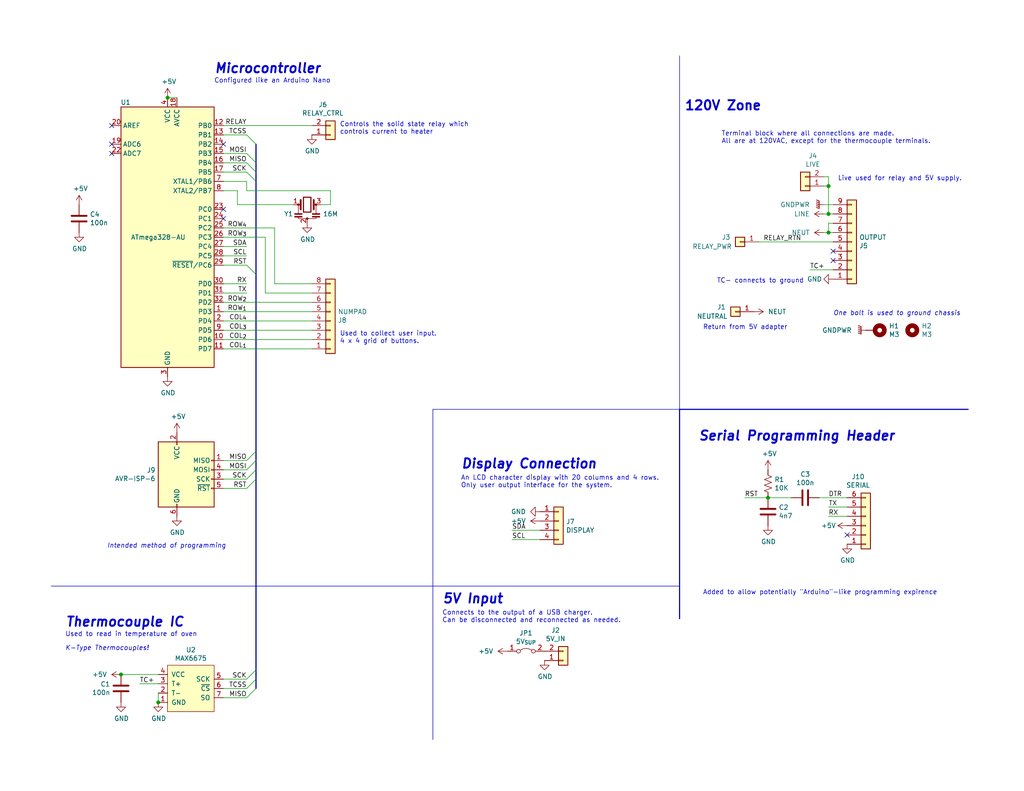
<source format=kicad_sch>
(kicad_sch (version 20230121) (generator eeschema)
  (paper "USLetter")
  (title_block (title "Oven") (date "2021-06-01") (rev "1.1") (company "HPVDT") (comment 1 "Uses a K-Type thermocouple") (comment 3 "Intended to control a heater to achieve a two step curing process") (comment 4 "General purpose oven board"))
  (lib_symbols
    (symbol "Connector:AVR-ISP-6" (pin_names (offset 1.016))
      (property "Reference" "J" (at -6.35 11.43 0))
      (property "Value" "AVR-ISP-6" (at 0 11.43 0))
      (symbol "AVR-ISP-6_0_1"
        (rectangle (start -2.667 -6.858) (end -2.413 -7.62))
        (rectangle (start -2.667 10.16) (end -2.413 9.398))
        (rectangle (start 7.62 -2.413) (end 6.858 -2.667))
        (rectangle (start 7.62 0.127) (end 6.858 -0.127))
        (rectangle (start 7.62 2.667) (end 6.858 2.413))
        (rectangle (start 7.62 5.207) (end 6.858 4.953))
        (rectangle (start 7.62 10.16) (end -7.62 -7.62) (stroke (width 0.254)) (fill (type background)))
      )
      (symbol "AVR-ISP-6_1_1"
        (pin passive line (at 10.16 5.08 180) (length 2.54) (name "MISO") (number "1"))
        (pin passive line (at -2.54 12.7 270) (length 2.54) (name "VCC") (number "2"))
        (pin passive line (at 10.16 0 180) (length 2.54) (name "SCK") (number "3"))
        (pin passive line (at 10.16 2.54 180) (length 2.54) (name "MOSI") (number "4"))
        (pin passive line (at 10.16 -2.54 180) (length 2.54) (name "~{RST}") (number "5"))
        (pin passive line (at -2.54 -10.16 90) (length 2.54) (name "GND") (number "6"))
      )
    )
    (symbol "Connector_Generic:Conn_01x01" (pin_names (offset 1.016) hide)
      (property "Reference" "J" (at 0 2.54 0))
      (property "Value" "Conn_01x01" (at 0 -2.54 0))
      (symbol "Conn_01x01_1_1"
        (rectangle (start -1.27 0.127) (end 0 -0.127) (stroke (width 0.1524)))
        (rectangle (start -1.27 1.27) (end 1.27 -1.27) (stroke (width 0.254)) (fill (type background)))
        (pin passive line (at -5.08 0 0) (length 3.81) (name "Pin_1") (number "1"))
      )
    )
    (symbol "Connector_Generic:Conn_01x02" (pin_names (offset 1.016) hide)
      (property "Reference" "J" (at 0 2.54 0))
      (property "Value" "Conn_01x02" (at 0 -5.08 0))
      (symbol "Conn_01x02_1_1"
        (rectangle (start -1.27 -2.413) (end 0 -2.667) (stroke (width 0.1524)))
        (rectangle (start -1.27 0.127) (end 0 -0.127) (stroke (width 0.1524)))
        (rectangle (start -1.27 1.27) (end 1.27 -3.81) (stroke (width 0.254)) (fill (type background)))
        (pin passive line (at -5.08 0 0) (length 3.81) (name "Pin_1") (number "1"))
        (pin passive line (at -5.08 -2.54 0) (length 3.81) (name "Pin_2") (number "2"))
      )
    )
    (symbol "Connector_Generic:Conn_01x04" (pin_names (offset 1.016) hide)
      (property "Reference" "J" (at 0 5.08 0))
      (property "Value" "Conn_01x04" (at 0 -7.62 0))
      (symbol "Conn_01x04_1_1"
        (rectangle (start -1.27 -4.953) (end 0 -5.207) (stroke (width 0.1524)))
        (rectangle (start -1.27 -2.413) (end 0 -2.667) (stroke (width 0.1524)))
        (rectangle (start -1.27 0.127) (end 0 -0.127) (stroke (width 0.1524)))
        (rectangle (start -1.27 2.667) (end 0 2.413) (stroke (width 0.1524)))
        (rectangle (start -1.27 3.81) (end 1.27 -6.35) (stroke (width 0.254)) (fill (type background)))
        (pin passive line (at -5.08 2.54 0) (length 3.81) (name "Pin_1") (number "1"))
        (pin passive line (at -5.08 0 0) (length 3.81) (name "Pin_2") (number "2"))
        (pin passive line (at -5.08 -2.54 0) (length 3.81) (name "Pin_3") (number "3"))
        (pin passive line (at -5.08 -5.08 0) (length 3.81) (name "Pin_4") (number "4"))
      )
    )
    (symbol "Connector_Generic:Conn_01x06" (pin_names (offset 1.016) hide)
      (property "Reference" "J" (at 0 7.62 0))
      (property "Value" "Conn_01x06" (at 0 -10.16 0))
      (symbol "Conn_01x06_1_1"
        (rectangle (start -1.27 -7.493) (end 0 -7.747) (stroke (width 0.1524)))
        (rectangle (start -1.27 -4.953) (end 0 -5.207) (stroke (width 0.1524)))
        (rectangle (start -1.27 -2.413) (end 0 -2.667) (stroke (width 0.1524)))
        (rectangle (start -1.27 0.127) (end 0 -0.127) (stroke (width 0.1524)))
        (rectangle (start -1.27 2.667) (end 0 2.413) (stroke (width 0.1524)))
        (rectangle (start -1.27 5.207) (end 0 4.953) (stroke (width 0.1524)))
        (rectangle (start -1.27 6.35) (end 1.27 -8.89) (stroke (width 0.254)) (fill (type background)))
        (pin passive line (at -5.08 5.08 0) (length 3.81) (name "Pin_1") (number "1"))
        (pin passive line (at -5.08 2.54 0) (length 3.81) (name "Pin_2") (number "2"))
        (pin passive line (at -5.08 0 0) (length 3.81) (name "Pin_3") (number "3"))
        (pin passive line (at -5.08 -2.54 0) (length 3.81) (name "Pin_4") (number "4"))
        (pin passive line (at -5.08 -5.08 0) (length 3.81) (name "Pin_5") (number "5"))
        (pin passive line (at -5.08 -7.62 0) (length 3.81) (name "Pin_6") (number "6"))
      )
    )
    (symbol "Connector_Generic:Conn_01x08" (pin_names (offset 1.016) hide)
      (property "Reference" "J" (at 0 10.16 0))
      (property "Value" "Conn_01x08" (at 0 -12.7 0))
      (symbol "Conn_01x08_1_1"
        (rectangle (start -1.27 -10.033) (end 0 -10.287) (stroke (width 0.1524)))
        (rectangle (start -1.27 -7.493) (end 0 -7.747) (stroke (width 0.1524)))
        (rectangle (start -1.27 -4.953) (end 0 -5.207) (stroke (width 0.1524)))
        (rectangle (start -1.27 -2.413) (end 0 -2.667) (stroke (width 0.1524)))
        (rectangle (start -1.27 0.127) (end 0 -0.127) (stroke (width 0.1524)))
        (rectangle (start -1.27 2.667) (end 0 2.413) (stroke (width 0.1524)))
        (rectangle (start -1.27 5.207) (end 0 4.953) (stroke (width 0.1524)))
        (rectangle (start -1.27 7.747) (end 0 7.493) (stroke (width 0.1524)))
        (rectangle (start -1.27 8.89) (end 1.27 -11.43) (stroke (width 0.254)) (fill (type background)))
        (pin passive line (at -5.08 7.62 0) (length 3.81) (name "Pin_1") (number "1"))
        (pin passive line (at -5.08 5.08 0) (length 3.81) (name "Pin_2") (number "2"))
        (pin passive line (at -5.08 2.54 0) (length 3.81) (name "Pin_3") (number "3"))
        (pin passive line (at -5.08 0 0) (length 3.81) (name "Pin_4") (number "4"))
        (pin passive line (at -5.08 -2.54 0) (length 3.81) (name "Pin_5") (number "5"))
        (pin passive line (at -5.08 -5.08 0) (length 3.81) (name "Pin_6") (number "6"))
        (pin passive line (at -5.08 -7.62 0) (length 3.81) (name "Pin_7") (number "7"))
        (pin passive line (at -5.08 -10.16 0) (length 3.81) (name "Pin_8") (number "8"))
      )
    )
    (symbol "Connector_Generic:Conn_01x09" (pin_names (offset 1.016) hide)
      (property "Reference" "J" (at 0 12.7 0))
      (property "Value" "Conn_01x09" (at 0 -12.7 0))
      (symbol "Conn_01x09_1_1"
        (rectangle (start -1.27 -10.033) (end 0 -10.287) (stroke (width 0.1524)))
        (rectangle (start -1.27 -7.493) (end 0 -7.747) (stroke (width 0.1524)))
        (rectangle (start -1.27 -4.953) (end 0 -5.207) (stroke (width 0.1524)))
        (rectangle (start -1.27 -2.413) (end 0 -2.667) (stroke (width 0.1524)))
        (rectangle (start -1.27 0.127) (end 0 -0.127) (stroke (width 0.1524)))
        (rectangle (start -1.27 2.667) (end 0 2.413) (stroke (width 0.1524)))
        (rectangle (start -1.27 5.207) (end 0 4.953) (stroke (width 0.1524)))
        (rectangle (start -1.27 7.747) (end 0 7.493) (stroke (width 0.1524)))
        (rectangle (start -1.27 10.287) (end 0 10.033) (stroke (width 0.1524)))
        (rectangle (start -1.27 11.43) (end 1.27 -11.43) (stroke (width 0.254)) (fill (type background)))
        (pin passive line (at -5.08 10.16 0) (length 3.81) (name "Pin_1") (number "1"))
        (pin passive line (at -5.08 7.62 0) (length 3.81) (name "Pin_2") (number "2"))
        (pin passive line (at -5.08 5.08 0) (length 3.81) (name "Pin_3") (number "3"))
        (pin passive line (at -5.08 2.54 0) (length 3.81) (name "Pin_4") (number "4"))
        (pin passive line (at -5.08 0 0) (length 3.81) (name "Pin_5") (number "5"))
        (pin passive line (at -5.08 -2.54 0) (length 3.81) (name "Pin_6") (number "6"))
        (pin passive line (at -5.08 -5.08 0) (length 3.81) (name "Pin_7") (number "7"))
        (pin passive line (at -5.08 -7.62 0) (length 3.81) (name "Pin_8") (number "8"))
        (pin passive line (at -5.08 -10.16 0) (length 3.81) (name "Pin_9") (number "9"))
      )
    )
    (symbol "Device:C" (pin_numbers hide) (pin_names (offset 0.254))
      (property "Reference" "C" (at 0.635 2.54 0))
      (property "Value" "C" (at 0.635 -2.54 0))
      (symbol "C_0_1"
        (polyline (pts (xy -2.032 -0.762) (xy 2.032 -0.762)) (stroke (width 0.508)))
        (polyline (pts (xy -2.032 0.762) (xy 2.032 0.762)) (stroke (width 0.508)))
      )
      (symbol "C_1_1"
        (pin passive line (at 0 3.81 270) (length 2.794) (name "~") (number "1"))
        (pin passive line (at 0 -3.81 90) (length 2.794) (name "~") (number "2"))
      )
    )
    (symbol "Device:R_US" (pin_numbers hide) (pin_names (offset 0))
      (property "Reference" "R" (at 2.54 0 90))
      (property "Value" "R_US" (at -2.54 0 90))
      (symbol "R_US_0_1"
        (polyline (pts (xy 0 -2.286) (xy 0 -2.54)))
        (polyline (pts (xy 0 2.286) (xy 0 2.54)))
        (polyline (pts (xy 0 -0.762) (xy 1.016 -1.143) (xy 0 -1.524) (xy -1.016 -1.905) (xy 0 -2.286)))
        (polyline (pts (xy 0 0.762) (xy 1.016 0.381) (xy 0 0) (xy -1.016 -0.381) (xy 0 -0.762)))
        (polyline (pts (xy 0 2.286) (xy 1.016 1.905) (xy 0 1.524) (xy -1.016 1.143) (xy 0 0.762)))
      )
      (symbol "R_US_1_1"
        (pin passive line (at 0 3.81 270) (length 1.27) (name "~") (number "1"))
        (pin passive line (at 0 -3.81 90) (length 1.27) (name "~") (number "2"))
      )
    )
    (symbol "Device:Resonator" (pin_names (offset 1.016) hide)
      (property "Reference" "Y" (at 0 5.715 0))
      (property "Value" "Resonator" (at 0 3.81 0))
      (symbol "Resonator_0_1"
        (rectangle (start -3.429 -3.175) (end -1.397 -3.429) (fill (type outline)))
        (rectangle (start -3.429 -2.413) (end -1.397 -2.667) (fill (type outline)))
        (circle (center -2.413 0) (radius 0.254) (fill (type outline)))
        (rectangle (start -1.016 2.032) (end 1.016 -2.032) (stroke (width 0.3048)))
        (circle (center 0 -3.81) (radius 0.254) (fill (type outline)))
        (polyline (pts (xy -2.413 -2.413) (xy -2.413 0)))
        (polyline (pts (xy -1.905 0) (xy -3.175 0)))
        (polyline (pts (xy -1.778 -1.27) (xy -1.778 1.27)) (stroke (width 0.508)))
        (polyline (pts (xy 1.778 -1.27) (xy 1.778 1.27)) (stroke (width 0.508)))
        (polyline (pts (xy 1.905 0) (xy 2.54 0)))
        (polyline (pts (xy 2.413 0) (xy 2.413 -2.54)))
        (polyline (pts (xy 2.413 -3.302) (xy 2.413 -3.81) (xy -2.413 -3.81) (xy -2.413 -3.302)))
        (rectangle (start 1.397 -3.175) (end 3.429 -3.429) (fill (type outline)))
        (rectangle (start 1.397 -2.413) (end 3.429 -2.667) (fill (type outline)))
        (circle (center 2.413 0) (radius 0.254) (fill (type outline)))
      )
      (symbol "Resonator_1_1"
        (pin passive line (at -3.81 0 0) (length 1.27) (name "1") (number "1"))
        (pin passive line (at 0 -5.08 90) (length 1.27) (name "2") (number "2"))
        (pin passive line (at 3.81 0 180) (length 1.27) (name "3") (number "3"))
      )
    )
    (symbol "Jumper:Jumper_2_Bridged" (pin_names (offset 0) hide)
      (property "Reference" "JP" (at 0 1.905 0))
      (property "Value" "Jumper_2_Bridged" (at 0 -2.54 0))
      (symbol "Jumper_2_Bridged_0_0"
        (circle (center -2.032 0) (radius 0.508))
        (circle (center 2.032 0) (radius 0.508))
      )
      (symbol "Jumper_2_Bridged_0_1"
        (arc (start 1.524 0.254) (mid 0 0.762) (end -1.524 0.254))
      )
      (symbol "Jumper_2_Bridged_1_1"
        (pin passive line (at -5.08 0 0) (length 2.54) (name "A") (number "1"))
        (pin passive line (at 5.08 0 180) (length 2.54) (name "B") (number "2"))
      )
    )
    (symbol "MCU_Microchip_ATmega:ATmega328-AU"
      (property "Reference" "U" (at -12.7 36.83 0))
      (property "Value" "MCU_Microchip_ATmega_ATmega328-AU" (at 2.54 -36.83 0))
      (symbol "ATmega328-AU_0_1"
        (rectangle (start -12.7 -35.56) (end 12.7 35.56) (stroke (width 0.254)) (fill (type background)))
      )
      (symbol "ATmega328-AU_1_1"
        (pin bidirectional line (at 15.24 -20.32 180) (length 2.54) (name "PD3") (number "1"))
        (pin bidirectional line (at 15.24 -27.94 180) (length 2.54) (name "PD6") (number "10"))
        (pin bidirectional line (at 15.24 -30.48 180) (length 2.54) (name "PD7") (number "11"))
        (pin bidirectional line (at 15.24 30.48 180) (length 2.54) (name "PB0") (number "12"))
        (pin bidirectional line (at 15.24 27.94 180) (length 2.54) (name "PB1") (number "13"))
        (pin bidirectional line (at 15.24 25.4 180) (length 2.54) (name "PB2") (number "14"))
        (pin bidirectional line (at 15.24 22.86 180) (length 2.54) (name "PB3") (number "15"))
        (pin bidirectional line (at 15.24 20.32 180) (length 2.54) (name "PB4") (number "16"))
        (pin bidirectional line (at 15.24 17.78 180) (length 2.54) (name "PB5") (number "17"))
        (pin power_in line (at 2.54 38.1 270) (length 2.54) (name "AVCC") (number "18"))
        (pin input line (at -15.24 25.4 0) (length 2.54) (name "ADC6") (number "19"))
        (pin bidirectional line (at 15.24 -22.86 180) (length 2.54) (name "PD4") (number "2"))
        (pin passive line (at -15.24 30.48 0) (length 2.54) (name "AREF") (number "20"))
        (pin passive line (at 0 -38.1 90) (length 2.54) hide (name "GND") (number "21"))
        (pin input line (at -15.24 22.86 0) (length 2.54) (name "ADC7") (number "22"))
        (pin bidirectional line (at 15.24 7.62 180) (length 2.54) (name "PC0") (number "23"))
        (pin bidirectional line (at 15.24 5.08 180) (length 2.54) (name "PC1") (number "24"))
        (pin bidirectional line (at 15.24 2.54 180) (length 2.54) (name "PC2") (number "25"))
        (pin bidirectional line (at 15.24 0 180) (length 2.54) (name "PC3") (number "26"))
        (pin bidirectional line (at 15.24 -2.54 180) (length 2.54) (name "PC4") (number "27"))
        (pin bidirectional line (at 15.24 -5.08 180) (length 2.54) (name "PC5") (number "28"))
        (pin bidirectional line (at 15.24 -7.62 180) (length 2.54) (name "~{RESET}/PC6") (number "29"))
        (pin power_in line (at 0 -38.1 90) (length 2.54) (name "GND") (number "3"))
        (pin bidirectional line (at 15.24 -12.7 180) (length 2.54) (name "PD0") (number "30"))
        (pin bidirectional line (at 15.24 -15.24 180) (length 2.54) (name "PD1") (number "31"))
        (pin bidirectional line (at 15.24 -17.78 180) (length 2.54) (name "PD2") (number "32"))
        (pin power_in line (at 0 38.1 270) (length 2.54) (name "VCC") (number "4"))
        (pin passive line (at 0 -38.1 90) (length 2.54) hide (name "GND") (number "5"))
        (pin passive line (at 0 38.1 270) (length 2.54) hide (name "VCC") (number "6"))
        (pin bidirectional line (at 15.24 15.24 180) (length 2.54) (name "XTAL1/PB6") (number "7"))
        (pin bidirectional line (at 15.24 12.7 180) (length 2.54) (name "XTAL2/PB7") (number "8"))
        (pin bidirectional line (at 15.24 -25.4 180) (length 2.54) (name "PD5") (number "9"))
      )
    )
    (symbol "Mechanical:MountingHole" (pin_names (offset 1.016))
      (property "Reference" "H" (at 0 5.08 0))
      (property "Value" "MountingHole" (at 0 3.175 0))
      (symbol "MountingHole_0_1"
        (circle (center 0 0) (radius 1.27) (stroke (width 1.27)))
      )
    )
    (symbol "Mechanical:MountingHole_Pad" (pin_numbers hide) (pin_names (offset 1.016) hide)
      (property "Reference" "H" (at 0 6.35 0))
      (property "Value" "MountingHole_Pad" (at 0 4.445 0))
      (symbol "MountingHole_Pad_0_1"
        (circle (center 0 1.27) (radius 1.27) (stroke (width 1.27)))
      )
      (symbol "MountingHole_Pad_1_1"
        (pin input line (at 0 -2.54 90) (length 2.54) (name "1") (number "1"))
      )
    )
    (symbol "oven:MAX6675" (pin_names (offset 1.016))
      (property "Reference" "U" (at 0 10.16 0))
      (property "Value" "MAX6675" (at 0 7.62 0))
      (symbol "MAX6675_0_1"
        (rectangle (start -6.35 6.35) (end 6.35 -6.35) (fill (type background)))
      )
      (symbol "MAX6675_1_1"
        (pin power_in line (at -8.89 -3.81 0) (length 2.54) (name "GND") (number "1"))
        (pin input line (at -8.89 -1.27 0) (length 2.54) (name "T-") (number "2"))
        (pin input line (at -8.89 1.27 0) (length 2.54) (name "T+") (number "3"))
        (pin power_in line (at -8.89 3.81 0) (length 2.54) (name "VCC") (number "4"))
        (pin input line (at 8.89 2.54 180) (length 2.54) (name "SCK") (number "5"))
        (pin input line (at 8.89 0 180) (length 2.54) (name "~{CS}") (number "6"))
        (pin output line (at 8.89 -2.54 180) (length 2.54) (name "SO") (number "7"))
        (pin no_connect line (at 8.89 -5.08 180) (length 2.54) hide (name "NC") (number "8"))
      )
    )
    (symbol "power:+5V" (power) (pin_names (offset 0))
      (property "Value" "+5V" (at 0 3.556 0))
      (symbol "+5V_0_1"
        (polyline (pts (xy -0.762 1.27) (xy 0 2.54)))
        (polyline (pts (xy 0 0) (xy 0 2.54)))
        (polyline (pts (xy 0 2.54) (xy 0.762 1.27)))
      )
      (symbol "+5V_1_1"
        (pin power_in line (at 0 0 90) (length 0) hide (name "+5V") (number "1"))
      )
    )
    (symbol "power:GND" (power) (pin_names (offset 0))
      (property "Value" "GND" (at 0 -3.81 0))
      (symbol "GND_0_1"
        (polyline (pts (xy 0 0) (xy 0 -1.27) (xy 1.27 -1.27) (xy 0 -2.54) (xy -1.27 -1.27) (xy 0 -1.27)))
      )
      (symbol "GND_1_1"
        (pin power_in line (at 0 0 270) (length 0) hide (name "GND") (number "1"))
      )
    )
    (symbol "power:GNDPWR" (power) (pin_names (offset 0))
      (property "Value" "GNDPWR" (at 0 -3.302 0))
      (symbol "GNDPWR_0_1"
        (polyline (pts (xy 0 -1.27) (xy 0 0)))
        (polyline (pts (xy -1.016 -1.27) (xy -1.27 -2.032) (xy -1.27 -2.032)) (stroke (width 0.2032)))
        (polyline (pts (xy -0.508 -1.27) (xy -0.762 -2.032) (xy -0.762 -2.032)) (stroke (width 0.2032)))
        (polyline (pts (xy 0 -1.27) (xy -0.254 -2.032) (xy -0.254 -2.032)) (stroke (width 0.2032)))
        (polyline (pts (xy 0.508 -1.27) (xy 0.254 -2.032) (xy 0.254 -2.032)) (stroke (width 0.2032)))
        (polyline (pts (xy 1.016 -1.27) (xy -1.016 -1.27) (xy -1.016 -1.27)) (stroke (width 0.2032)))
        (polyline (pts (xy 1.016 -1.27) (xy 0.762 -2.032) (xy 0.762 -2.032) (xy 0.762 -2.032)) (stroke (width 0.2032)))
      )
      (symbol "GNDPWR_1_1"
        (pin power_in line (at 0 0 270) (length 0) hide (name "GNDPWR") (number "1"))
      )
    )
    (symbol "power:LINE" (power) (pin_names (offset 0))
      (property "Value" "LINE" (at 0 3.81 0))
      (symbol "LINE_0_1"
        (polyline (pts (xy -0.762 1.27) (xy 0 2.54)))
        (polyline (pts (xy 0 0) (xy 0 2.54)))
        (polyline (pts (xy 0 2.54) (xy 0.762 1.27)))
      )
      (symbol "LINE_1_1"
        (pin power_in line (at 0 0 90) (length 0) hide (name "LINE") (number "1"))
      )
    )
    (symbol "power:NEUT" (power) (pin_names (offset 0))
      (property "Value" "NEUT" (at 0 3.81 0))
      (symbol "NEUT_0_1"
        (polyline (pts (xy -0.762 1.27) (xy 0 2.54)))
        (polyline (pts (xy 0 0) (xy 0 2.54)))
        (polyline (pts (xy 0 2.54) (xy 0.762 1.27)))
      )
      (symbol "NEUT_1_1"
        (pin power_in line (at 0 0 90) (length 0) hide (name "NEUT") (number "1"))
      )
    )
  )
  (junction (at 226.06 58.42))
  (junction (at 209.55 135.89))
  (junction (at 226.06 50.8))
  (junction (at 43.18 191.77))
  (junction (at 33.02 184.15))
  (junction (at 45.72 26.67))
  (junction (at 226.06 63.5))
  (no_connect (at 231.14 146.05))
  (no_connect (at 60.96 39.37))
  (no_connect (at 30.48 34.29))
  (no_connect (at 227.33 68.58))
  (no_connect (at 60.96 57.15))
  (no_connect (at 30.48 41.91))
  (no_connect (at 30.48 39.37))
  (no_connect (at 60.96 59.69))
  (no_connect (at 227.33 71.12))
  (bus_entry (at 67.31 72.39) (size 2.54 2.54))
  (bus_entry (at 67.31 130.81) (size 2.54 -2.54))
  (bus_entry (at 67.31 41.91) (size 2.54 2.54))
  (bus_entry (at 67.31 128.27) (size 2.54 -2.54))
  (bus_entry (at 67.31 190.5) (size 2.54 -2.54))
  (bus_entry (at 67.31 44.45) (size 2.54 2.54))
  (bus_entry (at 67.31 133.35) (size 2.54 -2.54))
  (bus_entry (at 67.31 185.42) (size 2.54 -2.54))
  (bus_entry (at 67.31 125.73) (size 2.54 -2.54))
  (bus_entry (at 67.31 187.96) (size 2.54 -2.54))
  (bus_entry (at 67.31 46.99) (size 2.54 2.54))
  (bus_entry (at 67.31 36.83) (size 2.54 2.54))
  (polyline (pts (xy 118.11 201.93) (xy 118.11 111.76)))
  (wire (pts (xy 90.17 52.07) (xy 90.17 55.88)))
  (wire (pts (xy 67.31 49.53) (xy 67.31 52.07)))
  (wire (pts (xy 226.06 138.43) (xy 231.14 138.43)))
  (wire (pts (xy 67.31 125.73) (xy 60.96 125.73)))
  (wire (pts (xy 226.06 58.42) (xy 227.33 58.42)))
  (wire (pts (xy 60.96 85.09) (xy 85.09 85.09)))
  (bus (pts (xy 69.85 128.27) (xy 69.85 130.81)))
  (wire (pts (xy 60.96 64.77) (xy 72.39 64.77)))
  (wire (pts (xy 60.96 92.71) (xy 85.09 92.71)))
  (bus (pts (xy 69.85 74.93) (xy 69.85 123.19)))
  (wire (pts (xy 226.06 63.5) (xy 227.33 63.5)))
  (bus (pts (xy 69.85 182.88) (xy 69.85 185.42)))
  (polyline (pts (xy 118.11 111.76) (xy 185.42 111.76)))
  (wire (pts (xy 226.06 60.96) (xy 227.33 60.96)))
  (wire (pts (xy 209.55 135.89) (xy 203.2 135.89)))
  (wire (pts (xy 224.79 55.88) (xy 227.33 55.88)))
  (wire (pts (xy 74.93 77.47) (xy 85.09 77.47)))
  (wire (pts (xy 67.31 46.99) (xy 60.96 46.99)))
  (wire (pts (xy 226.06 58.42) (xy 226.06 50.8)))
  (wire (pts (xy 60.96 90.17) (xy 85.09 90.17)))
  (wire (pts (xy 67.31 52.07) (xy 90.17 52.07)))
  (bus (pts (xy 69.85 185.42) (xy 69.85 187.96)))
  (polyline (pts (xy 185.42 168.91) (xy 185.42 111.76)) (stroke (width 0.3048)))
  (wire (pts (xy 67.31 41.91) (xy 60.96 41.91)))
  (bus (pts (xy 69.85 49.53) (xy 69.85 74.93)))
  (wire (pts (xy 64.77 52.07) (xy 60.96 52.07)))
  (bus (pts (xy 69.85 39.37) (xy 69.85 44.45)))
  (wire (pts (xy 72.39 64.77) (xy 72.39 80.01)))
  (wire (pts (xy 226.06 60.96) (xy 226.06 63.5)))
  (wire (pts (xy 60.96 49.53) (xy 67.31 49.53)))
  (wire (pts (xy 64.77 55.88) (xy 64.77 52.07)))
  (wire (pts (xy 60.96 82.55) (xy 85.09 82.55)))
  (wire (pts (xy 67.31 44.45) (xy 60.96 44.45)))
  (wire (pts (xy 224.79 50.8) (xy 226.06 50.8)))
  (polyline (pts (xy 13.97 160.02) (xy 185.42 160.02)))
  (wire (pts (xy 227.33 73.66) (xy 220.98 73.66)))
  (wire (pts (xy 207.01 66.04) (xy 227.33 66.04)))
  (wire (pts (xy 67.31 130.81) (xy 60.96 130.81)))
  (wire (pts (xy 90.17 55.88) (xy 87.63 55.88)))
  (wire (pts (xy 223.52 135.89) (xy 231.14 135.89)))
  (bus (pts (xy 69.85 130.81) (xy 69.85 182.88)))
  (bus (pts (xy 69.85 46.99) (xy 69.85 49.53)))
  (wire (pts (xy 226.06 140.97) (xy 231.14 140.97)))
  (wire (pts (xy 215.9 135.89) (xy 209.55 135.89)))
  (wire (pts (xy 67.31 80.01) (xy 60.96 80.01)))
  (wire (pts (xy 33.02 184.15) (xy 43.18 184.15)))
  (bus (pts (xy 69.85 123.19) (xy 69.85 125.73)))
  (wire (pts (xy 139.7 147.32) (xy 147.32 147.32)))
  (bus (pts (xy 69.85 44.45) (xy 69.85 46.99)))
  (wire (pts (xy 74.93 62.23) (xy 60.96 62.23)))
  (wire (pts (xy 67.31 69.85) (xy 60.96 69.85)))
  (wire (pts (xy 60.96 87.63) (xy 85.09 87.63)))
  (wire (pts (xy 224.79 63.5) (xy 226.06 63.5)))
  (wire (pts (xy 60.96 34.29) (xy 85.09 34.29)))
  (wire (pts (xy 43.18 189.23) (xy 43.18 191.77)))
  (bus (pts (xy 69.85 125.73) (xy 69.85 128.27)))
  (wire (pts (xy 74.93 62.23) (xy 74.93 77.47)))
  (wire (pts (xy 67.31 72.39) (xy 60.96 72.39)))
  (wire (pts (xy 67.31 36.83) (xy 60.96 36.83)))
  (wire (pts (xy 224.79 58.42) (xy 226.06 58.42)))
  (polyline (pts (xy 185.42 111.76) (xy 264.16 111.76)) (stroke (width 0.3048)))
  (wire (pts (xy 67.31 77.47) (xy 60.96 77.47)))
  (wire (pts (xy 67.31 190.5) (xy 60.96 190.5)))
  (wire (pts (xy 45.72 26.67) (xy 48.26 26.67)))
  (wire (pts (xy 226.06 50.8) (xy 226.06 48.26)))
  (wire (pts (xy 67.31 187.96) (xy 60.96 187.96)))
  (wire (pts (xy 226.06 48.26) (xy 224.79 48.26)))
  (wire (pts (xy 67.31 67.31) (xy 60.96 67.31)))
  (wire (pts (xy 67.31 185.42) (xy 60.96 185.42)))
  (wire (pts (xy 67.31 128.27) (xy 60.96 128.27)))
  (polyline (pts (xy 185.42 111.76) (xy 185.42 15.24)))
  (wire (pts (xy 67.31 133.35) (xy 60.96 133.35)))
  (wire (pts (xy 64.77 55.88) (xy 80.01 55.88)))
  (wire (pts (xy 38.1 186.69) (xy 43.18 186.69)))
  (wire (pts (xy 72.39 80.01) (xy 85.09 80.01)))
  (wire (pts (xy 139.7 144.78) (xy 147.32 144.78)))
  (wire (pts (xy 60.96 95.25) (xy 85.09 95.25)))
  (text "One bolt is used to ground chassis" (at 227.33 86.36 0) (effects (font (size 1.27 1.27) italic) (justify left bottom)))
  (text "Live used for relay and 5V supply." (at 228.6 49.53 0) (effects (font (size 1.27 1.27)) (justify left bottom)))
  (text "Used to read in temperature of oven" (at 17.78 173.99 0) (effects (font (size 1.27 1.27)) (justify left bottom)))
  (text "120V Zone" (at 186.69 30.48 0) (effects (font (size 2.54 2.54) (thickness 0.508) bold) (justify left bottom)))
  (text "Controls the solid state relay which \ncontrols current to heater" (at 92.71 36.83 0) (effects (font (size 1.27 1.27)) (justify left bottom)))
  (text "Microcontroller" (at 58.42 20.32 0) (effects (font (size 2.54 2.54) (thickness 0.508) bold italic) (justify left bottom)))
  (text "5V Input" (at 120.65 165.1 0) (effects (font (size 2.54 2.54) (thickness 0.508) bold italic) (justify left bottom)))
  (text "Display Connection" (at 125.73 128.27 0) (effects (font (size 2.54 2.54) (thickness 0.508) bold italic) (justify left bottom)))
  (text "Return from 5V adapter" (at 191.77 90.17 0) (effects (font (size 1.27 1.27)) (justify left bottom)))
  (text "Connects to the output of a USB charger.\nCan be disconnected and reconnected as needed." (at 120.65 170.18 0) (effects (font (size 1.27 1.27)) (justify left bottom)))
  (text "Intended method of programming" (at 29.21 149.86 0) (effects (font (size 1.27 1.27) italic) (justify left bottom)))
  (text "An LCD character display with 20 columns and 4 rows.\nOnly user output interface for the system." (at 125.73 133.35 0) (effects (font (size 1.27 1.27)) (justify left bottom)))
  (text "Added to allow potentially \"Arduino\"-like programming expirence" (at 191.77 162.56 0) (effects (font (size 1.27 1.27)) (justify left bottom)))
  (text "TC- connects to ground" (at 195.58 77.47 0) (effects (font (size 1.27 1.27)) (justify left bottom)))
  (text "Configured like an Arduino Nano" (at 58.42 22.86 0) (effects (font (size 1.27 1.27)) (justify left bottom)))
  (text "Serial Programming Header" (at 190.5 120.65 0) (effects (font (size 2.54 2.54) (thickness 0.508) bold italic) (justify left bottom)))
  (text "Thermocouple IC" (at 17.78 171.45 0) (effects (font (size 2.54 2.54) (thickness 0.508) bold italic) (justify left bottom)))
  (text "K-Type Thermocouples!" (at 17.78 177.8 0) (effects (font (size 1.27 1.27) italic) (justify left bottom)))
  (text "Terminal block where all connections are made.\nAll are at 120VAC, except for the thermocouple terminals." (at 196.85 39.37 0) (effects (font (size 1.27 1.27)) (justify left bottom)))
  (text "Used to collect user input.\n4 x 4 grid of buttons." (at 92.71 93.98 0) (effects (font (size 1.27 1.27)) (justify left bottom)))
  (label "COL_{1}" (at 67.31 95.25 180))
  (label "RX" (at 67.31 77.47 180))
  (label "COL_{4}" (at 67.31 87.63 180))
  (label "COL_{3}" (at 67.31 90.17 180))
  (label "SCK" (at 67.31 46.99 180))
  (label "RELAY" (at 67.31 34.29 180))
  (label "SCK" (at 67.31 185.42 180))
  (label "TCSS" (at 67.31 187.96 180))
  (label "DTR" (at 226.06 135.89 0))
  (label "RELAY_RTN" (at 208.28 66.04 0))
  (label "ROW_{1}" (at 67.31 85.09 180))
  (label "TX" (at 67.31 80.01 180))
  (label "RST" (at 67.31 133.35 180))
  (label "SCK" (at 67.31 130.81 180))
  (label "TC+" (at 38.1 186.69 0))
  (label "SDA" (at 139.7 144.78 0))
  (label "MOSI" (at 67.31 41.91 180))
  (label "MISO" (at 67.31 44.45 180))
  (label "MISO" (at 67.31 190.5 180))
  (label "TC+" (at 220.98 73.66 0))
  (label "RST" (at 203.2 135.89 0))
  (label "ROW_{2}" (at 67.31 82.55 180))
  (label "TCSS" (at 67.31 36.83 180))
  (label "RST" (at 67.31 72.39 180))
  (label "TX" (at 226.06 138.43 0))
  (label "COL_{2}" (at 67.31 92.71 180))
  (label "RX" (at 226.06 140.97 0))
  (label "SDA" (at 67.31 67.31 180))
  (label "ROW_{3}" (at 67.31 64.77 180))
  (label "ROW_{4}" (at 67.31 62.23 180))
  (label "MOSI" (at 67.31 128.27 180))
  (label "MISO" (at 67.31 125.73 180))
  (label "SCL" (at 139.7 147.32 0))
  (label "SCL" (at 67.31 69.85 180))
  (symbol (lib_id "MCU_Microchip_ATmega:ATmega328-AU") (at 45.72 64.77 0) (unit 1)
    (property "Reference" "U1" (at 34.29 27.94 0))
    (property "Value" "ATmega328-AU" (at 43.18 64.77 0))
    (property "Footprint" "Package_QFP:TQFP-32_7x7mm_P0.8mm" (effects hide))
    (property "Datasheet" "http://ww1.microchip.com/downloads/en/DeviceDoc/ATmega328_P%20AVR%20MCU%20with%20picoPower%20Technology%20Data%20Sheet%2040001984A.pdf" (effects hide))
  )
  (symbol (lib_id "Connector_Generic:Conn_01x08") (at 90.17 87.63 0) (mirror x) (unit 1)
    (property "Reference" "J8" (at 92.202 87.4268 0) (effects (justify left)))
    (property "Value" "NUMPAD" (at 92.202 85.1154 0) (effects (justify left)))
    (property "Footprint" "Connector_PinHeader_2.54mm:PinHeader_1x08_P2.54mm_Horizontal" (effects hide))
  )
  (symbol (lib_id "Connector_Generic:Conn_01x04") (at 152.4 142.24 0) (unit 1)
    (property "Reference" "J7" (at 154.432 142.4432 0) (effects (justify left)))
    (property "Value" "DISPLAY" (at 154.432 144.7546 0) (effects (justify left)))
    (property "Footprint" "Connector_PinHeader_2.54mm:PinHeader_1x04_P2.54mm_Horizontal" (effects hide))
  )
  (symbol (lib_id "Connector_Generic:Conn_01x09") (at 232.41 66.04 0) (mirror x) (unit 1)
    (property "Reference" "J5" (at 234.442 67.1068 0) (effects (justify left)))
    (property "Value" "OUTPUT" (at 234.442 64.7954 0) (effects (justify left)))
    (property "Footprint" "oven:9POS-TERMBLOCK" (effects hide))
  )
  (symbol (lib_id "Connector_Generic:Conn_01x02") (at 90.17 36.83 0) (mirror x) (unit 1)
    (property "Reference" "J6" (at 88.0872 28.575 0))
    (property "Value" "RELAY_CTRL" (at 88.0872 30.8864 0))
    (property "Footprint" "Connector_PinHeader_2.54mm:PinHeader_1x02_P2.54mm_Horizontal" (effects hide))
  )
  (symbol (lib_id "Connector_Generic:Conn_01x02") (at 219.71 50.8 180) (unit 1)
    (property "Reference" "J4" (at 221.7928 42.545 0))
    (property "Value" "LIVE" (at 221.7928 44.8564 0))
    (property "Footprint" "Connector_Wire:SolderWire-2sqmm_1x02_P7.8mm_D2mm_OD3.9mm" (effects hide))
  )
  (symbol (lib_id "Connector_Generic:Conn_01x02") (at 153.67 180.34 0) (mirror x) (unit 1)
    (property "Reference" "J2" (at 151.5872 172.085 0))
    (property "Value" "5V_IN" (at 151.5872 174.3964 0))
    (property "Footprint" "Connector_PinHeader_2.54mm:PinHeader_1x02_P2.54mm_Horizontal" (effects hide))
  )
  (symbol (lib_id "Connector_Generic:Conn_01x01") (at 201.93 66.04 0) (mirror y) (unit 1)
    (property "Reference" "J3" (at 198.12 64.77 0))
    (property "Value" "RELAY_PWR" (at 194.31 67.31 0))
    (property "Footprint" "Connector_Wire:SolderWire-2sqmm_1x01_D2mm_OD3.9mm" (effects hide))
  )
  (symbol (lib_id "Connector_Generic:Conn_01x01") (at 200.66 85.09 180) (unit 1)
    (property "Reference" "J1" (at 196.85 83.82 0))
    (property "Value" "NEUTRAL" (at 194.31 86.36 0))
    (property "Footprint" "Connector_Wire:SolderWire-2sqmm_1x01_D2mm_OD3.9mm" (effects hide))
  )
  (symbol (lib_id "power:GNDPWR") (at 224.79 55.88 270) (unit 1)
    (property "Reference" "#PWR06" (effects hide))
    (property "Value" "GNDPWR" (at 220.98 55.88 90) (effects (justify right)))
  )
  (symbol (lib_id "power:LINE") (at 224.79 58.42 90) (unit 1)
    (property "Reference" "#PWR07" (effects hide))
    (property "Value" "LINE" (at 220.98 58.42 90) (effects (justify left)))
  )
  (symbol (lib_id "power:NEUT") (at 224.79 63.5 90) (unit 1)
    (property "Reference" "#PWR08" (effects hide))
    (property "Value" "NEUT" (at 220.98 63.5 90) (effects (justify left)))
  )
  (symbol (lib_id "Connector:AVR-ISP-6") (at 50.8 130.81 0) (unit 1)
    (property "Reference" "J9" (at 42.4434 128.3716 0) (effects (justify right)))
    (property "Value" "AVR-ISP-6" (at 42.4434 130.683 0) (effects (justify right)))
    (property "Footprint" "Connector_IDC:IDC-Header_2x03_P2.54mm_Vertical" (effects hide))
    (property "Datasheet" " ~" (effects hide))
  )
  (symbol (lib_id "power:GND") (at 48.26 140.97 0) (unit 1)
    (property "Reference" "#PWR0102" (effects hide))
    (property "Value" "GND" (at 48.387 145.3642 0))
  )
  (symbol (lib_id "power:+5V") (at 48.26 118.11 0) (unit 1)
    (property "Reference" "#PWR0103" (effects hide))
    (property "Value" "+5V" (at 48.641 113.7158 0))
  )
  (symbol (lib_id "Mechanical:MountingHole_Pad") (at 238.76 90.17 270) (unit 1)
    (property "Reference" "H1" (at 242.57 89.0016 90) (effects (justify left)))
    (property "Value" "M3" (at 242.57 91.313 90) (effects (justify left)))
    (property "Footprint" "MountingHole:MountingHole_3.5mm_Pad_Via" (effects hide))
  )
  (symbol (lib_id "power:GNDPWR") (at 236.22 90.17 270) (unit 1)
    (property "Reference" "#PWR0101" (effects hide))
    (property "Value" "GNDPWR" (at 232.41 90.17 90) (effects (justify right)))
  )
  (symbol (lib_id "Mechanical:MountingHole") (at 248.92 90.17 0) (unit 1)
    (property "Reference" "H2" (at 251.46 89.0016 0) (effects (justify left)))
    (property "Value" "M3" (at 251.46 91.313 0) (effects (justify left)))
    (property "Footprint" "MountingHole:MountingHole_3.5mm" (effects hide))
  )
  (symbol (lib_id "oven:MAX6675") (at 52.07 187.96 0) (unit 1)
    (property "Reference" "U2" (at 52.07 177.419 0))
    (property "Value" "MAX6675" (at 52.07 179.7304 0))
    (property "Footprint" "Package_SO:SO-8_5.3x6.2mm_P1.27mm" (effects hide))
    (property "Datasheet" "https://datasheets.maximintegrated.com/en/ds/MAX6675.pdf" (effects hide))
  )
  (symbol (lib_id "power:+5V") (at 138.43 177.8 90) (unit 1)
    (property "Reference" "#PWR04" (effects hide))
    (property "Value" "+5V" (at 134.62 177.8 90) (effects (justify left)))
  )
  (symbol (lib_id "power:GND") (at 85.09 36.83 0) (unit 1)
    (property "Reference" "#PWR09" (effects hide))
    (property "Value" "GND" (at 85.217 41.2242 0))
  )
  (symbol (lib_id "power:GND") (at 148.59 180.34 0) (unit 1)
    (property "Reference" "#PWR05" (effects hide))
    (property "Value" "GND" (at 148.717 184.7342 0))
  )
  (symbol (lib_id "power:GND") (at 43.18 191.77 0) (unit 1)
    (property "Reference" "#PWR0104" (effects hide))
    (property "Value" "GND" (at 43.307 196.1642 0))
  )
  (symbol (lib_id "power:GND") (at 227.33 76.2 270) (unit 1)
    (property "Reference" "#PWR0105" (effects hide))
    (property "Value" "GND" (at 222.25 76.2 90))
  )
  (symbol (lib_id "power:+5V") (at 33.02 184.15 90) (unit 1)
    (property "Reference" "#PWR0106" (effects hide))
    (property "Value" "+5V" (at 29.21 184.15 90) (effects (justify left)))
  )
  (symbol (lib_id "Device:C") (at 33.02 187.96 0) (mirror x) (unit 1)
    (property "Reference" "C1" (at 30.099 186.7916 0) (effects (justify right)))
    (property "Value" "100n" (at 30.099 189.103 0) (effects (justify right)))
    (property "Footprint" "Capacitor_SMD:C_0603_1608Metric" (effects hide))
  )
  (symbol (lib_id "power:GND") (at 33.02 191.77 0) (unit 1)
    (property "Reference" "#PWR0107" (effects hide))
    (property "Value" "GND" (at 33.147 196.1642 0))
  )
  (symbol (lib_id "power:GND") (at 147.32 139.7 270) (unit 1)
    (property "Reference" "#PWR010" (effects hide))
    (property "Value" "GND" (at 143.51 139.7 90) (effects (justify right)))
  )
  (symbol (lib_id "power:+5V") (at 45.72 26.67 0) (unit 1)
    (property "Reference" "#PWR01" (effects hide))
    (property "Value" "+5V" (at 46.101 22.2758 0))
  )
  (symbol (lib_id "power:GND") (at 45.72 102.87 0) (unit 1)
    (property "Reference" "#PWR02" (effects hide))
    (property "Value" "GND" (at 45.847 107.2642 0))
  )
  (symbol (lib_id "power:NEUT") (at 205.74 85.09 270) (unit 1)
    (property "Reference" "#PWR03" (effects hide))
    (property "Value" "NEUT" (at 209.55 85.09 90) (effects (justify left)))
  )
  (symbol (lib_id "Device:Resonator") (at 83.82 55.88 0) (unit 1)
    (property "Reference" "Y1" (at 78.74 58.42 0))
    (property "Value" "16M" (at 90.17 58.42 0))
    (property "Footprint" "Crystal:Resonator_SMD_muRata_CSTxExxV-3Pin_3.0x1.1mm" (effects hide))
  )
  (symbol (lib_id "power:+5V") (at 147.32 142.24 90) (unit 1)
    (property "Reference" "#PWR011" (effects hide))
    (property "Value" "+5V" (at 143.51 142.24 90) (effects (justify left)))
  )
  (symbol (lib_id "power:GND") (at 83.82 60.96 0) (unit 1)
    (property "Reference" "#PWR0108" (effects hide))
    (property "Value" "GND" (at 83.947 65.3542 0))
  )
  (symbol (lib_id "Connector_Generic:Conn_01x06") (at 236.22 143.51 0) (mirror x) (unit 1)
    (property "Reference" "J10" (at 234.1372 130.175 0))
    (property "Value" "SERIAL" (at 234.1372 132.4864 0))
    (property "Footprint" "Connector_PinHeader_2.54mm:PinHeader_1x06_P2.54mm_Vertical" (effects hide))
  )
  (symbol (lib_id "Device:C") (at 219.71 135.89 270) (unit 1)
    (property "Reference" "C3" (at 219.71 129.4892 90))
    (property "Value" "100n" (at 219.71 131.8006 90))
    (property "Footprint" "Capacitor_SMD:C_0603_1608Metric" (effects hide))
  )
  (symbol (lib_id "Device:R_US") (at 209.55 132.08 0) (unit 1)
    (property "Reference" "R1" (at 211.2772 130.9116 0) (effects (justify left)))
    (property "Value" "10K" (at 211.2772 133.223 0) (effects (justify left)))
    (property "Footprint" "Resistor_SMD:R_0603_1608Metric" (effects hide))
  )
  (symbol (lib_id "power:+5V") (at 209.55 128.27 0) (unit 1)
    (property "Reference" "#PWR0109" (effects hide))
    (property "Value" "+5V" (at 209.931 123.8758 0))
  )
  (symbol (lib_id "power:GND") (at 231.14 148.59 0) (unit 1)
    (property "Reference" "#PWR0110" (effects hide))
    (property "Value" "GND" (at 231.267 152.9842 0))
  )
  (symbol (lib_id "power:+5V") (at 231.14 143.51 90) (unit 1)
    (property "Reference" "#PWR0111" (effects hide))
    (property "Value" "+5V" (at 226.06 143.51 90))
  )
  (symbol (lib_id "Device:C") (at 209.55 139.7 180) (unit 1)
    (property "Reference" "C2" (at 212.471 138.5316 0) (effects (justify right)))
    (property "Value" "4n7" (at 212.471 140.843 0) (effects (justify right)))
    (property "Footprint" "Capacitor_SMD:C_0603_1608Metric" (effects hide))
  )
  (symbol (lib_id "power:GND") (at 209.55 143.51 0) (unit 1)
    (property "Reference" "#PWR0112" (effects hide))
    (property "Value" "GND" (at 209.677 147.9042 0))
  )
  (symbol (lib_id "Jumper:Jumper_2_Bridged") (at 143.51 177.8 0) (unit 1)
    (property "Reference" "JP1" (at 143.51 172.847 0))
    (property "Value" "5V_{SUP}" (at 143.51 175.1584 0))
    (property "Footprint" "Jumper:SolderJumper-2_P1.3mm_Bridged_Pad1.0x1.5mm" (effects hide))
  )
  (symbol (lib_id "Device:C") (at 21.59 59.69 180) (unit 1)
    (property "Reference" "C4" (at 24.511 58.5216 0) (effects (justify right)))
    (property "Value" "100n" (at 24.511 60.833 0) (effects (justify right)))
    (property "Footprint" "Capacitor_SMD:C_0603_1608Metric" (effects hide))
  )
  (symbol (lib_id "power:+5V") (at 21.59 55.88 0) (unit 1)
    (property "Reference" "#PWR0113" (effects hide))
    (property "Value" "+5V" (at 21.971 51.4858 0))
  )
  (symbol (lib_id "power:GND") (at 21.59 63.5 0) (unit 1)
    (property "Reference" "#PWR0114" (effects hide))
    (property "Value" "GND" (at 21.717 67.8942 0))
  )
)
</source>
